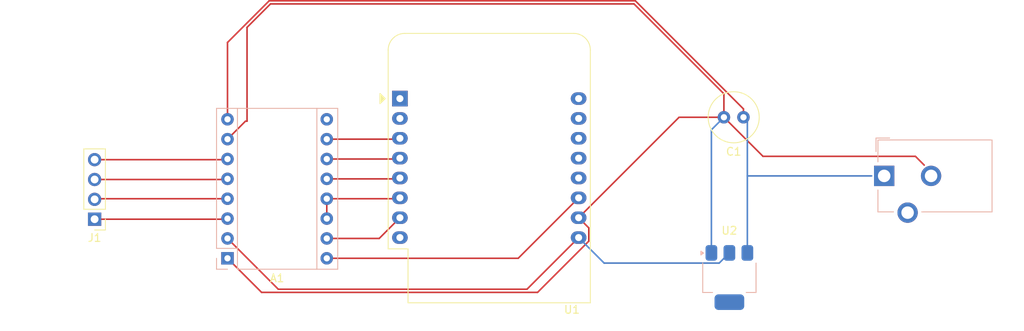
<source format=kicad_pcb>
(kicad_pcb (version 20241229) (generator "pcbnew") (generator_version "9.0")
  (layers (0 "F.Cu" signal) (2 "B.Cu" signal) (13 "F.Paste" user) (15 "B.Paste" user) (5 "F.SilkS" user "F.Silkscreen") (7 "B.SilkS" user "B.Silkscreen") (1 "F.Mask" user) (3 "B.Mask" user) (25 "Edge.Cuts" user))
  (net 0 "")
  (net 1 "Net-(A1-MS3)")
  (net 2 "/B+")
  (net 3 "Net-(A1-MS1)")
  (net 4 "Net-(A1-~{RESET})")
  (net 5 "GND")
  (net 7 "Net-(A1-DIR)")
  (net 8 "+12V")
  (net 9 "/A-")
  (net 10 "Net-(A1-STEP)")
  (net 11 "/A+")
  (net 12 "Net-(A1-MS2)")
  (net 13 "/B-")
  (net 14 "Net-(A1-VDD)")
  (footprint "RF_Module:WEMOS_D1_mini_light" (layer "F.Cu") (at 112.555 80.11)
    (property "Reference" "U1" (at 22 27 0) (layer "F.SilkS"))
    (property "Value" "WEMOS_D1_mini")
    (fp_line (start -1.5 19.22) (end -1.5 -6.21) (stroke (width 0.12)) (layer "F.SilkS"))
    (fp_line (start -1.5 19.22) (end 1.04 19.22) (stroke (width 0.12)) (layer "F.SilkS"))
    (fp_line (start 1.04 19.22) (end 1.04 26.12) (stroke (width 0.12)) (layer "F.SilkS"))
    (fp_line (start 1.04 26.12) (end 24.36 26.12) (stroke (width 0.12)) (layer "F.SilkS"))
    (fp_line (start 22.24 -8.34) (end 0.63 -8.34) (stroke (width 0.12)) (layer "F.SilkS"))
    (fp_line (start 24.36 26.12) (end 24.36 -6.21) (stroke (width 0.12)) (layer "F.SilkS"))
    (fp_arc (start -1.5 -6.21) (mid -0.876137 -7.716137) (end 0.63 -8.34) (stroke (width 0.12)) (layer "F.SilkS"))
    (fp_arc (start 22.23 -8.34) (mid 23.736137 -7.716137) (end 24.36 -6.21) (stroke (width 0.12)) (layer "F.SilkS"))
    (fp_poly (pts (xy -2.54 -0.635) (xy -2.54 0.635) (xy -1.905 0)) (stroke (width 0.15)) (fill yes) (layer "F.SilkS"))
    (pad "1" thru_hole rect (at 0 0) (size 2 2) (drill 0.9) (layers "*.Cu" "*.Mask"))
    (pad "2" thru_hole oval (at 0 2.54) (size 2 1.6) (drill 0.9) (layers "*.Cu" "*.Mask"))
    (pad "3" thru_hole oval (at 0 5.08) (size 2 1.6) (drill 0.9) (layers "*.Cu" "*.Mask") (net 3 "Net-(A1-MS1)"))
    (pad "4" thru_hole oval (at 0 7.62) (size 2 1.6) (drill 0.9) (layers "*.Cu" "*.Mask") (net 12 "Net-(A1-MS2)"))
    (pad "5" thru_hole oval (at 0 10.16) (size 2 1.6) (drill 0.9) (layers "*.Cu" "*.Mask") (net 1 "Net-(A1-MS3)"))
    (pad "6" thru_hole oval (at 0 12.7) (size 2 1.6) (drill 0.9) (layers "*.Cu" "*.Mask") (net 4 "Net-(A1-~{RESET})"))
    (pad "7" thru_hole oval (at 0 15.24) (size 2 1.6) (drill 0.9) (layers "*.Cu" "*.Mask") (net 10 "Net-(A1-STEP)"))
    (pad "8" thru_hole oval (at 0 17.78) (size 2 1.6) (drill 0.9) (layers "*.Cu" "*.Mask"))
    (pad "9" thru_hole oval (at 22.86 17.78) (size 2 1.6) (drill 0.9) (layers "*.Cu" "*.Mask") (net 14 "Net-(A1-VDD)"))
    (pad "10" thru_hole oval (at 22.86 15.24) (size 2 1.6) (drill 0.9) (layers "*.Cu" "*.Mask") (net 5 "GND"))
    (pad "11" thru_hole oval (at 22.86 12.7) (size 2 1.6) (drill 0.9) (layers "*.Cu" "*.Mask") (net 7 "Net-(A1-DIR)"))
    (pad "12" thru_hole oval (at 22.86 10.16) (size 2 1.6) (drill 0.9) (layers "*.Cu" "*.Mask"))
    (pad "13" thru_hole oval (at 22.86 7.62) (size 2 1.6) (drill 0.9) (layers "*.Cu" "*.Mask"))
    (pad "14" thru_hole oval (at 22.86 5.08) (size 2 1.6) (drill 0.9) (layers "*.Cu" "*.Mask"))
    (pad "15" thru_hole oval (at 22.86 2.54) (size 2 1.6) (drill 0.9) (layers "*.Cu" "*.Mask"))
    (pad "16" thru_hole oval (at 22.86 0) (size 2 1.6) (drill 0.9) (layers "*.Cu" "*.Mask"))
  )
  (footprint "Connector_PinHeader_2.54mm:PinHeader_1x04_P2.54mm_Vertical" (layer "F.Cu") (at 73.5 95.54 180)
    (property "Reference" "J1" (at 0 -2.38 0) (layer "F.SilkS"))
    (property "Value" "Conn_01x04_Pin M20-9990445")
    (fp_line (start 1.38 1.27) (end 1.38 9) (stroke (width 0.12)) (layer "F.SilkS"))
    (fp_line (start -1.38 9) (end 1.38 9) (stroke (width 0.12)) (layer "F.SilkS"))
    (fp_line (start -1.38 1.27) (end 1.38 1.27) (stroke (width 0.12)) (layer "F.SilkS"))
    (fp_line (start -1.38 1.27) (end -1.38 9) (stroke (width 0.12)) (layer "F.SilkS"))
    (fp_line (start -1.38 0) (end -1.38 -1.38) (stroke (width 0.12)) (layer "F.SilkS"))
    (fp_line (start -1.38 -1.38) (end 0 -1.38) (stroke (width 0.12)) (layer "F.SilkS"))
    (pad "1" thru_hole rect (at 0 0 180) (size 1.7 1.7) (drill 1) (layers "*.Cu" "*.Mask") (net 11 "/A+"))
    (pad "2" thru_hole circle (at 0 2.54 180) (size 1.7 1.7) (drill 1) (layers "*.Cu" "*.Mask") (net 9 "/A-"))
    (pad "3" thru_hole circle (at 0 5.08 180) (size 1.7 1.7) (drill 1) (layers "*.Cu" "*.Mask") (net 13 "/B-"))
    (pad "4" thru_hole circle (at 0 7.62 180) (size 1.7 1.7) (drill 1) (layers "*.Cu" "*.Mask") (net 2 "/B+"))
  )
  (footprint "Capacitor_THT:C_Radial_D6.3mm_H11.0mm_P2.50mm" (layer "F.Cu") (at 156.5 82.5 180)
    (property "Reference" "C1" (at 1.25 -4.4 0) (layer "F.SilkS"))
    (property "Value" "220mF 16v")
    (fp_circle (center 1.25 0) (end 4.52 0) (stroke (width 0.12)) (fill no) (layer "F.SilkS"))
    (pad "1" thru_hole circle (at 0 0 180) (size 1.6 1.6) (drill 0.8) (layers "*.Cu" "*.Mask") (net 8 "+12V"))
    (pad "2" thru_hole circle (at 2.5 0 180) (size 1.6 1.6) (drill 0.8) (layers "*.Cu" "*.Mask") (net 5 "GND"))
  )
  (footprint "Module:Pololu_Breakout-16_15.2x20.3mm" (layer "B.Cu") (at 90.5 100.54)
    (property "Reference" "A1" (at 6.35 2.54 -0) (layer "F.SilkS"))
    (property "Value" "HiLetgo A4988")
    (fp_line (start -1.4 -19.18) (end 14.1 -19.18) (stroke (width 0.12)) (layer "B.SilkS"))
    (fp_line (start -1.4 -1.27) (end -1.4 -19.18) (stroke (width 0.12)) (layer "B.SilkS"))
    (fp_line (start -1.4 1.4) (end -1.4 0) (stroke (width 0.12)) (layer "B.SilkS"))
    (fp_line (start 0 1.4) (end -1.4 1.4) (stroke (width 0.12)) (layer "B.SilkS"))
    (fp_line (start 1.27 -1.27) (end -1.4 -1.27) (stroke (width 0.12)) (layer "B.SilkS"))
    (fp_line (start 1.27 -1.27) (end 1.27 -19.18) (stroke (width 0.12)) (layer "B.SilkS"))
    (fp_line (start 1.27 1.4) (end 1.27 -1.27) (stroke (width 0.12)) (layer "B.SilkS"))
    (fp_line (start 11.43 1.4) (end 11.43 -19.18) (stroke (width 0.12)) (layer "B.SilkS"))
    (fp_line (start 14.1 -19.18) (end 14.1 1.4) (stroke (width 0.12)) (layer "B.SilkS"))
    (fp_line (start 14.1 1.4) (end 1.27 1.4) (stroke (width 0.12)) (layer "B.SilkS"))
    (pad "1" thru_hole rect (at 0 0) (size 1.6 1.6) (drill 0.8) (layers "*.Cu" "*.Mask") (net 5 "GND"))
    (pad "2" thru_hole oval (at 0 -2.54) (size 1.6 1.6) (drill 0.8) (layers "*.Cu" "*.Mask") (net 14 "Net-(A1-VDD)"))
    (pad "3" thru_hole oval (at 0 -5.08) (size 1.6 1.6) (drill 0.8) (layers "*.Cu" "*.Mask") (net 11 "/A+"))
    (pad "4" thru_hole oval (at 0 -7.62) (size 1.6 1.6) (drill 0.8) (layers "*.Cu" "*.Mask") (net 9 "/A-"))
    (pad "5" thru_hole oval (at 0 -10.16) (size 1.6 1.6) (drill 0.8) (layers "*.Cu" "*.Mask") (net 13 "/B-"))
    (pad "6" thru_hole oval (at 0 -12.7) (size 1.6 1.6) (drill 0.8) (layers "*.Cu" "*.Mask") (net 2 "/B+"))
    (pad "7" thru_hole oval (at 0 -15.24) (size 1.6 1.6) (drill 0.8) (layers "*.Cu" "*.Mask") (net 5 "GND"))
    (pad "8" thru_hole oval (at 0 -17.78) (size 1.6 1.6) (drill 0.8) (layers "*.Cu" "*.Mask") (net 8 "+12V"))
    (pad "9" thru_hole oval (at 12.7 -17.78) (size 1.6 1.6) (drill 0.8) (layers "*.Cu" "*.Mask"))
    (pad "10" thru_hole oval (at 12.7 -15.24) (size 1.6 1.6) (drill 0.8) (layers "*.Cu" "*.Mask") (net 3 "Net-(A1-MS1)"))
    (pad "11" thru_hole oval (at 12.7 -12.7) (size 1.6 1.6) (drill 0.8) (layers "*.Cu" "*.Mask") (net 12 "Net-(A1-MS2)"))
    (pad "12" thru_hole oval (at 12.7 -10.16) (size 1.6 1.6) (drill 0.8) (layers "*.Cu" "*.Mask") (net 1 "Net-(A1-MS3)"))
    (pad "13" thru_hole oval (at 12.7 -7.62) (size 1.6 1.6) (drill 0.8) (layers "*.Cu" "*.Mask") (net 4 "Net-(A1-~{RESET})"))
    (pad "14" thru_hole oval (at 12.7 -5.08) (size 1.6 1.6) (drill 0.8) (layers "*.Cu" "*.Mask") (net 4 "Net-(A1-~{RESET})"))
    (pad "15" thru_hole oval (at 12.7 -2.54) (size 1.6 1.6) (drill 0.8) (layers "*.Cu" "*.Mask") (net 10 "Net-(A1-STEP)"))
    (pad "16" thru_hole oval (at 12.7 0) (size 1.6 1.6) (drill 0.8) (layers "*.Cu" "*.Mask") (net 7 "Net-(A1-DIR)"))
  )
  (footprint "Connector_BarrelJack:BarrelJack_CUI_PJ-102AH_Horizontal" (layer "B.Cu") (at 174.5 90 -90)
    (property "Reference" "REF**" (hide yes))
    (property "Value" "Barrel Jack PJ-102AH 12V/1A")
    (fp_line (start -4.84 1.04) (end -3.1 1.04) (stroke (width 0.12)) (layer "B.SilkS"))
    (fp_line (start -4.6 0.8) (end -1.8 0.8) (stroke (width 0.12)) (layer "B.SilkS"))
    (fp_line (start 1.8 0.8) (end 4.6 0.8) (stroke (width 0.12)) (layer "B.SilkS"))
    (fp_line (start 4.6 0.8) (end 4.6 -1.2) (stroke (width 0.12)) (layer "B.SilkS"))
    (fp_line (start -4.84 -0.7) (end -4.84 1.04) (stroke (width 0.12)) (layer "B.SilkS"))
    (fp_line (start 4.6 -4.8) (end 4.6 -13.8) (stroke (width 0.12)) (layer "B.SilkS"))
    (fp_line (start -4.6 -13.8) (end -4.6 0.8) (stroke (width 0.12)) (layer "B.SilkS"))
    (fp_line (start 4.6 -13.8) (end -4.6 -13.8) (stroke (width 0.12)) (layer "B.SilkS"))
    (pad "1" thru_hole rect (at 0 0 270) (size 2.6 2.6) (drill 1.6) (layers "*.Cu" "*.Mask"))
    (pad "2" thru_hole circle (at 0 -6 270) (size 2.6 2.6) (drill 1.6) (layers "*.Cu" "*.Mask"))
    (pad "3" thru_hole circle (at 4.7 -3 270) (size 2.6 2.6) (drill 1.6) (layers "*.Cu" "*.Mask"))
  )
  (footprint "Package_TO_SOT_SMD:SOT-223-3_TabPin2" (layer "B.Cu") (at 154.7 103 -90)
    (property "Reference" "U2" (at -6 0 0) (layer "F.SilkS"))
    (property "Value" "AMS1117-5.0")
    (fp_line (start -1.85 3.41) (end 1.91 3.41) (stroke (width 0.12)) (layer "B.SilkS"))
    (fp_line (start 1.91 3.41) (end 1.91 2.15) (stroke (width 0.12)) (layer "B.SilkS"))
    (fp_line (start -1.85 -3.41) (end 1.91 -3.41) (stroke (width 0.12)) (layer "B.SilkS"))
    (fp_line (start 1.91 -3.41) (end 1.91 -2.15) (stroke (width 0.12)) (layer "B.SilkS"))
    (fp_poly (pts (xy -3.13 3.31) (xy -3.37 3.64) (xy -2.89 3.64) (xy -3.13 3.31)) (stroke (width 0.12)) (fill yes) (layer "B.SilkS"))
    (pad "1" smd roundrect (at -3.15 2.3 270) (size 2 1.5) (layers "B.Cu" "B.Mask" "B.Paste") (net 5 "GND"))
    (pad "2" smd roundrect (at -3.15 0 270) (size 2 1.5) (layers "B.Cu" "B.Mask" "B.Paste") (net 14 "Net-(A1-VDD)"))
    (pad "2" smd roundrect (at 3.15 0 270) (size 2 3.8) (layers "B.Cu" "B.Mask" "B.Paste") (net 14 "Net-(A1-VDD)"))
    (pad "3" smd roundrect (at -3.15 -2.3 270) (size 2 1.5) (layers "B.Cu" "B.Mask" "B.Paste") (net 8 "+12V"))
  )
  (segment (start 103.2 90.38) (end 112.445 90.38) (width 0.2) (layer "F.Cu") (net 1))
  (segment (start 112.445 90.38) (end 112.555 90.27) (width 0.2) (layer "F.Cu") (net 1))
  (segment (start 73.5 87.92) (end 90.42 87.92) (width 0.2) (layer "F.Cu") (net 2))
  (segment (start 90.42 87.92) (end 90.5 87.84) (width 0.2) (layer "F.Cu") (net 2))
  (segment (start 112.445 85.3) (end 112.555 85.19) (width 0.2) (layer "F.Cu") (net 3))
  (segment (start 103.2 85.3) (end 112.445 85.3) (width 0.2) (layer "F.Cu") (net 3))
  (segment (start 103.2 92.92) (end 112.445 92.92) (width 0.2) (layer "F.Cu") (net 4))
  (segment (start 112.445 92.92) (end 112.555 92.81) (width 0.2) (layer "F.Cu") (net 4))
  (segment (start 103.2 92.92) (end 103.2 95.46) (width 0.2) (layer "F.Cu") (net 4))
  (segment (start 92.8 83) (end 93 83) (width 0.2) (layer "F.Cu") (net 5))
  (segment (start 136.716 96.651) (end 135.415 95.35) (width 0.2) (layer "F.Cu") (net 5))
  (segment (start 94.861 104.901) (end 130.161049 104.901) (width 0.2) (layer "F.Cu") (net 5))
  (segment (start 178.5 87.5) (end 179.617922 88.617922) (width 0.2) (layer "F.Cu") (net 5))
  (segment (start 148.265 82.5) (end 135.415 95.35) (width 0.2) (layer "F.Cu") (net 5))
  (segment (start 142.5 68) (end 154 79.5) (width 0.2) (layer "F.Cu") (net 5))
  (segment (start 130.161049 104.901) (end 136.716 98.346049) (width 0.2) (layer "F.Cu") (net 5))
  (segment (start 96 68) (end 142.5 68) (width 0.2) (layer "F.Cu") (net 5))
  (segment (start 136.716 98.346049) (end 136.716 96.651) (width 0.2) (layer "F.Cu") (net 5))
  (segment (start 90.5 100.54) (end 94.861 104.901) (width 0.2) (layer "F.Cu") (net 5))
  (segment (start 154 82.5) (end 148.265 82.5) (width 0.2) (layer "F.Cu") (net 5))
  (segment (start 154 79.5) (end 154 82.5) (width 0.2) (layer "F.Cu") (net 5))
  (segment (start 159 87.5) (end 178.5 87.5) (width 0.2) (layer "F.Cu") (net 5))
  (segment (start 93 83) (end 93 71) (width 0.2) (layer "F.Cu") (net 5))
  (segment (start 154 82.5) (end 159 87.5) (width 0.2) (layer "F.Cu") (net 5))
  (segment (start 90.5 85.3) (end 92.8 83) (width 0.2) (layer "F.Cu") (net 5))
  (segment (start 93 71) (end 96 68) (width 0.2) (layer "F.Cu") (net 5))
  (segment (start 152.4 99.85) (end 152.4 84.1) (width 0.2) (layer "B.Cu") (net 5))
  (segment (start 152.4 84.1) (end 154 82.5) (width 0.2) (layer "B.Cu") (net 5))
  (segment (start 127.685 100.54) (end 135.415 92.81) (width 0.2) (layer "F.Cu") (net 7))
  (segment (start 103.2 100.54) (end 127.685 100.54) (width 0.2) (layer "F.Cu") (net 7))
  (segment (start 95.8339 67.599) (end 90.5 72.9329) (width 0.2) (layer "F.Cu") (net 8))
  (segment (start 90.5 72.9329) (end 90.5 82.76) (width 0.2) (layer "F.Cu") (net 8))
  (segment (start 142.6661 67.599) (end 95.8339 67.599) (width 0.2) (layer "F.Cu") (net 8))
  (segment (start 156.5 81.4329) (end 142.6661 67.599) (width 0.2) (layer "F.Cu") (net 8))
  (segment (start 156.5 82.5) (end 156.5 81.4329) (width 0.2) (layer "F.Cu") (net 8))
  (segment (start 157 90) (end 157 83) (width 0.2) (layer "B.Cu") (net 8))
  (segment (start 157 99.85) (end 157 90) (width 0.2) (layer "B.Cu") (net 8))
  (segment (start 157 83) (end 156.5 82.5) (width 0.2) (layer "B.Cu") (net 8))
  (segment (start 157 90) (end 172.899 90) (width 0.2) (layer "B.Cu") (net 8))
  (segment (start 74 93) (end 74.08 92.92) (width 0.2) (layer "F.Cu") (net 9))
  (segment (start 73.5 93) (end 74 93) (width 0.2) (layer "F.Cu") (net 9))
  (segment (start 74.08 92.92) (end 90.5 92.92) (width 0.2) (layer "F.Cu") (net 9))
  (segment (start 109.905 98) (end 112.555 95.35) (width 0.2) (layer "F.Cu") (net 10))
  (segment (start 103.2 98) (end 109.905 98) (width 0.2) (layer "F.Cu") (net 10))
  (segment (start 73.5 95.54) (end 90.42 95.54) (width 0.2) (layer "F.Cu") (net 11))
  (segment (start 90.42 95.54) (end 90.5 95.46) (width 0.2) (layer "F.Cu") (net 11))
  (segment (start 103.2 87.84) (end 112.445 87.84) (width 0.2) (layer "F.Cu") (net 12))
  (segment (start 112.445 87.84) (end 112.555 87.73) (width 0.2) (layer "F.Cu") (net 12))
  (segment (start 90.42 90.46) (end 90.5 90.38) (width 0.2) (layer "F.Cu") (net 13))
  (segment (start 73.5 90.46) (end 90.42 90.46) (width 0.2) (layer "F.Cu") (net 13))
  (segment (start 90.5 98) (end 97 104.5) (width 0.2) (layer "F.Cu") (net 14))
  (segment (start 128.805 104.5) (end 135.415 97.89) (width 0.2) (layer "F.Cu") (net 14))
  (segment (start 97 104.5) (end 128.805 104.5) (width 0.2) (layer "F.Cu") (net 14))
  (segment (start 153.399 101.151) (end 138.676 101.151) (width 0.2) (layer "B.Cu") (net 14))
  (segment (start 138.676 101.151) (end 135.415 97.89) (width 0.2) (layer "B.Cu") (net 14))
  (segment (start 154.7 99.85) (end 153.399 101.151) (width 0.2) (layer "B.Cu") (net 14))
)
</source>
